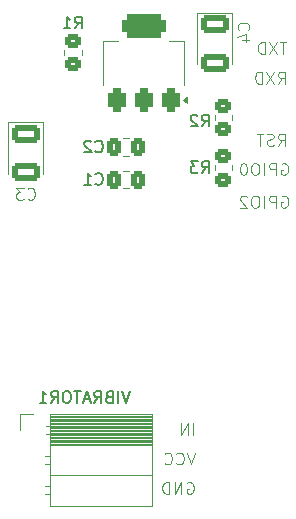
<source format=gbr>
G04 #@! TF.GenerationSoftware,KiCad,Pcbnew,8.0.5*
G04 #@! TF.CreationDate,2025-06-30T10:57:32+07:00*
G04 #@! TF.ProjectId,trackingv2,74726163-6b69-46e6-9776-322e6b696361,rev?*
G04 #@! TF.SameCoordinates,Original*
G04 #@! TF.FileFunction,Legend,Bot*
G04 #@! TF.FilePolarity,Positive*
%FSLAX46Y46*%
G04 Gerber Fmt 4.6, Leading zero omitted, Abs format (unit mm)*
G04 Created by KiCad (PCBNEW 8.0.5) date 2025-06-30 10:57:32*
%MOMM*%
%LPD*%
G01*
G04 APERTURE LIST*
G04 Aperture macros list*
%AMRoundRect*
0 Rectangle with rounded corners*
0 $1 Rounding radius*
0 $2 $3 $4 $5 $6 $7 $8 $9 X,Y pos of 4 corners*
0 Add a 4 corners polygon primitive as box body*
4,1,4,$2,$3,$4,$5,$6,$7,$8,$9,$2,$3,0*
0 Add four circle primitives for the rounded corners*
1,1,$1+$1,$2,$3*
1,1,$1+$1,$4,$5*
1,1,$1+$1,$6,$7*
1,1,$1+$1,$8,$9*
0 Add four rect primitives between the rounded corners*
20,1,$1+$1,$2,$3,$4,$5,0*
20,1,$1+$1,$4,$5,$6,$7,0*
20,1,$1+$1,$6,$7,$8,$9,0*
20,1,$1+$1,$8,$9,$2,$3,0*%
G04 Aperture macros list end*
%ADD10C,0.100000*%
%ADD11C,0.125000*%
%ADD12C,0.150000*%
%ADD13C,0.120000*%
%ADD14R,1.700000X1.700000*%
%ADD15O,1.700000X1.700000*%
%ADD16R,1.524000X1.524000*%
%ADD17RoundRect,0.250001X-0.924999X0.499999X-0.924999X-0.499999X0.924999X-0.499999X0.924999X0.499999X0*%
%ADD18RoundRect,0.250000X-0.337500X-0.475000X0.337500X-0.475000X0.337500X0.475000X-0.337500X0.475000X0*%
%ADD19RoundRect,0.250000X-0.450000X0.350000X-0.450000X-0.350000X0.450000X-0.350000X0.450000X0.350000X0*%
%ADD20RoundRect,0.375000X0.375000X-0.625000X0.375000X0.625000X-0.375000X0.625000X-0.375000X-0.625000X0*%
%ADD21RoundRect,0.500000X1.400000X-0.500000X1.400000X0.500000X-1.400000X0.500000X-1.400000X-0.500000X0*%
G04 APERTURE END LIST*
D10*
X182374687Y-63872419D02*
X182708020Y-63396228D01*
X182946115Y-63872419D02*
X182946115Y-62872419D01*
X182946115Y-62872419D02*
X182565163Y-62872419D01*
X182565163Y-62872419D02*
X182469925Y-62920038D01*
X182469925Y-62920038D02*
X182422306Y-62967657D01*
X182422306Y-62967657D02*
X182374687Y-63062895D01*
X182374687Y-63062895D02*
X182374687Y-63205752D01*
X182374687Y-63205752D02*
X182422306Y-63300990D01*
X182422306Y-63300990D02*
X182469925Y-63348609D01*
X182469925Y-63348609D02*
X182565163Y-63396228D01*
X182565163Y-63396228D02*
X182946115Y-63396228D01*
X181993734Y-63824800D02*
X181850877Y-63872419D01*
X181850877Y-63872419D02*
X181612782Y-63872419D01*
X181612782Y-63872419D02*
X181517544Y-63824800D01*
X181517544Y-63824800D02*
X181469925Y-63777180D01*
X181469925Y-63777180D02*
X181422306Y-63681942D01*
X181422306Y-63681942D02*
X181422306Y-63586704D01*
X181422306Y-63586704D02*
X181469925Y-63491466D01*
X181469925Y-63491466D02*
X181517544Y-63443847D01*
X181517544Y-63443847D02*
X181612782Y-63396228D01*
X181612782Y-63396228D02*
X181803258Y-63348609D01*
X181803258Y-63348609D02*
X181898496Y-63300990D01*
X181898496Y-63300990D02*
X181946115Y-63253371D01*
X181946115Y-63253371D02*
X181993734Y-63158133D01*
X181993734Y-63158133D02*
X181993734Y-63062895D01*
X181993734Y-63062895D02*
X181946115Y-62967657D01*
X181946115Y-62967657D02*
X181898496Y-62920038D01*
X181898496Y-62920038D02*
X181803258Y-62872419D01*
X181803258Y-62872419D02*
X181565163Y-62872419D01*
X181565163Y-62872419D02*
X181422306Y-62920038D01*
X181136591Y-62872419D02*
X180565163Y-62872419D01*
X180850877Y-63872419D02*
X180850877Y-62872419D01*
X175196115Y-88372419D02*
X175196115Y-87372419D01*
X174719925Y-88372419D02*
X174719925Y-87372419D01*
X174719925Y-87372419D02*
X174148497Y-88372419D01*
X174148497Y-88372419D02*
X174148497Y-87372419D01*
X182672306Y-65420038D02*
X182767544Y-65372419D01*
X182767544Y-65372419D02*
X182910401Y-65372419D01*
X182910401Y-65372419D02*
X183053258Y-65420038D01*
X183053258Y-65420038D02*
X183148496Y-65515276D01*
X183148496Y-65515276D02*
X183196115Y-65610514D01*
X183196115Y-65610514D02*
X183243734Y-65800990D01*
X183243734Y-65800990D02*
X183243734Y-65943847D01*
X183243734Y-65943847D02*
X183196115Y-66134323D01*
X183196115Y-66134323D02*
X183148496Y-66229561D01*
X183148496Y-66229561D02*
X183053258Y-66324800D01*
X183053258Y-66324800D02*
X182910401Y-66372419D01*
X182910401Y-66372419D02*
X182815163Y-66372419D01*
X182815163Y-66372419D02*
X182672306Y-66324800D01*
X182672306Y-66324800D02*
X182624687Y-66277180D01*
X182624687Y-66277180D02*
X182624687Y-65943847D01*
X182624687Y-65943847D02*
X182815163Y-65943847D01*
X182196115Y-66372419D02*
X182196115Y-65372419D01*
X182196115Y-65372419D02*
X181815163Y-65372419D01*
X181815163Y-65372419D02*
X181719925Y-65420038D01*
X181719925Y-65420038D02*
X181672306Y-65467657D01*
X181672306Y-65467657D02*
X181624687Y-65562895D01*
X181624687Y-65562895D02*
X181624687Y-65705752D01*
X181624687Y-65705752D02*
X181672306Y-65800990D01*
X181672306Y-65800990D02*
X181719925Y-65848609D01*
X181719925Y-65848609D02*
X181815163Y-65896228D01*
X181815163Y-65896228D02*
X182196115Y-65896228D01*
X181196115Y-66372419D02*
X181196115Y-65372419D01*
X180529449Y-65372419D02*
X180338973Y-65372419D01*
X180338973Y-65372419D02*
X180243735Y-65420038D01*
X180243735Y-65420038D02*
X180148497Y-65515276D01*
X180148497Y-65515276D02*
X180100878Y-65705752D01*
X180100878Y-65705752D02*
X180100878Y-66039085D01*
X180100878Y-66039085D02*
X180148497Y-66229561D01*
X180148497Y-66229561D02*
X180243735Y-66324800D01*
X180243735Y-66324800D02*
X180338973Y-66372419D01*
X180338973Y-66372419D02*
X180529449Y-66372419D01*
X180529449Y-66372419D02*
X180624687Y-66324800D01*
X180624687Y-66324800D02*
X180719925Y-66229561D01*
X180719925Y-66229561D02*
X180767544Y-66039085D01*
X180767544Y-66039085D02*
X180767544Y-65705752D01*
X180767544Y-65705752D02*
X180719925Y-65515276D01*
X180719925Y-65515276D02*
X180624687Y-65420038D01*
X180624687Y-65420038D02*
X180529449Y-65372419D01*
X179481830Y-65372419D02*
X179386592Y-65372419D01*
X179386592Y-65372419D02*
X179291354Y-65420038D01*
X179291354Y-65420038D02*
X179243735Y-65467657D01*
X179243735Y-65467657D02*
X179196116Y-65562895D01*
X179196116Y-65562895D02*
X179148497Y-65753371D01*
X179148497Y-65753371D02*
X179148497Y-65991466D01*
X179148497Y-65991466D02*
X179196116Y-66181942D01*
X179196116Y-66181942D02*
X179243735Y-66277180D01*
X179243735Y-66277180D02*
X179291354Y-66324800D01*
X179291354Y-66324800D02*
X179386592Y-66372419D01*
X179386592Y-66372419D02*
X179481830Y-66372419D01*
X179481830Y-66372419D02*
X179577068Y-66324800D01*
X179577068Y-66324800D02*
X179624687Y-66277180D01*
X179624687Y-66277180D02*
X179672306Y-66181942D01*
X179672306Y-66181942D02*
X179719925Y-65991466D01*
X179719925Y-65991466D02*
X179719925Y-65753371D01*
X179719925Y-65753371D02*
X179672306Y-65562895D01*
X179672306Y-65562895D02*
X179624687Y-65467657D01*
X179624687Y-65467657D02*
X179577068Y-65420038D01*
X179577068Y-65420038D02*
X179481830Y-65372419D01*
X182672306Y-68170038D02*
X182767544Y-68122419D01*
X182767544Y-68122419D02*
X182910401Y-68122419D01*
X182910401Y-68122419D02*
X183053258Y-68170038D01*
X183053258Y-68170038D02*
X183148496Y-68265276D01*
X183148496Y-68265276D02*
X183196115Y-68360514D01*
X183196115Y-68360514D02*
X183243734Y-68550990D01*
X183243734Y-68550990D02*
X183243734Y-68693847D01*
X183243734Y-68693847D02*
X183196115Y-68884323D01*
X183196115Y-68884323D02*
X183148496Y-68979561D01*
X183148496Y-68979561D02*
X183053258Y-69074800D01*
X183053258Y-69074800D02*
X182910401Y-69122419D01*
X182910401Y-69122419D02*
X182815163Y-69122419D01*
X182815163Y-69122419D02*
X182672306Y-69074800D01*
X182672306Y-69074800D02*
X182624687Y-69027180D01*
X182624687Y-69027180D02*
X182624687Y-68693847D01*
X182624687Y-68693847D02*
X182815163Y-68693847D01*
X182196115Y-69122419D02*
X182196115Y-68122419D01*
X182196115Y-68122419D02*
X181815163Y-68122419D01*
X181815163Y-68122419D02*
X181719925Y-68170038D01*
X181719925Y-68170038D02*
X181672306Y-68217657D01*
X181672306Y-68217657D02*
X181624687Y-68312895D01*
X181624687Y-68312895D02*
X181624687Y-68455752D01*
X181624687Y-68455752D02*
X181672306Y-68550990D01*
X181672306Y-68550990D02*
X181719925Y-68598609D01*
X181719925Y-68598609D02*
X181815163Y-68646228D01*
X181815163Y-68646228D02*
X182196115Y-68646228D01*
X181196115Y-69122419D02*
X181196115Y-68122419D01*
X180529449Y-68122419D02*
X180338973Y-68122419D01*
X180338973Y-68122419D02*
X180243735Y-68170038D01*
X180243735Y-68170038D02*
X180148497Y-68265276D01*
X180148497Y-68265276D02*
X180100878Y-68455752D01*
X180100878Y-68455752D02*
X180100878Y-68789085D01*
X180100878Y-68789085D02*
X180148497Y-68979561D01*
X180148497Y-68979561D02*
X180243735Y-69074800D01*
X180243735Y-69074800D02*
X180338973Y-69122419D01*
X180338973Y-69122419D02*
X180529449Y-69122419D01*
X180529449Y-69122419D02*
X180624687Y-69074800D01*
X180624687Y-69074800D02*
X180719925Y-68979561D01*
X180719925Y-68979561D02*
X180767544Y-68789085D01*
X180767544Y-68789085D02*
X180767544Y-68455752D01*
X180767544Y-68455752D02*
X180719925Y-68265276D01*
X180719925Y-68265276D02*
X180624687Y-68170038D01*
X180624687Y-68170038D02*
X180529449Y-68122419D01*
X179719925Y-68217657D02*
X179672306Y-68170038D01*
X179672306Y-68170038D02*
X179577068Y-68122419D01*
X179577068Y-68122419D02*
X179338973Y-68122419D01*
X179338973Y-68122419D02*
X179243735Y-68170038D01*
X179243735Y-68170038D02*
X179196116Y-68217657D01*
X179196116Y-68217657D02*
X179148497Y-68312895D01*
X179148497Y-68312895D02*
X179148497Y-68408133D01*
X179148497Y-68408133D02*
X179196116Y-68550990D01*
X179196116Y-68550990D02*
X179767544Y-69122419D01*
X179767544Y-69122419D02*
X179148497Y-69122419D01*
X182374687Y-58622419D02*
X182708020Y-58146228D01*
X182946115Y-58622419D02*
X182946115Y-57622419D01*
X182946115Y-57622419D02*
X182565163Y-57622419D01*
X182565163Y-57622419D02*
X182469925Y-57670038D01*
X182469925Y-57670038D02*
X182422306Y-57717657D01*
X182422306Y-57717657D02*
X182374687Y-57812895D01*
X182374687Y-57812895D02*
X182374687Y-57955752D01*
X182374687Y-57955752D02*
X182422306Y-58050990D01*
X182422306Y-58050990D02*
X182469925Y-58098609D01*
X182469925Y-58098609D02*
X182565163Y-58146228D01*
X182565163Y-58146228D02*
X182946115Y-58146228D01*
X182041353Y-57622419D02*
X181374687Y-58622419D01*
X181374687Y-57622419D02*
X182041353Y-58622419D01*
X180993734Y-58622419D02*
X180993734Y-57622419D01*
X180993734Y-57622419D02*
X180755639Y-57622419D01*
X180755639Y-57622419D02*
X180612782Y-57670038D01*
X180612782Y-57670038D02*
X180517544Y-57765276D01*
X180517544Y-57765276D02*
X180469925Y-57860514D01*
X180469925Y-57860514D02*
X180422306Y-58050990D01*
X180422306Y-58050990D02*
X180422306Y-58193847D01*
X180422306Y-58193847D02*
X180469925Y-58384323D01*
X180469925Y-58384323D02*
X180517544Y-58479561D01*
X180517544Y-58479561D02*
X180612782Y-58574800D01*
X180612782Y-58574800D02*
X180755639Y-58622419D01*
X180755639Y-58622419D02*
X180993734Y-58622419D01*
X175338972Y-89872419D02*
X175005639Y-90872419D01*
X175005639Y-90872419D02*
X174672306Y-89872419D01*
X173767544Y-90777180D02*
X173815163Y-90824800D01*
X173815163Y-90824800D02*
X173958020Y-90872419D01*
X173958020Y-90872419D02*
X174053258Y-90872419D01*
X174053258Y-90872419D02*
X174196115Y-90824800D01*
X174196115Y-90824800D02*
X174291353Y-90729561D01*
X174291353Y-90729561D02*
X174338972Y-90634323D01*
X174338972Y-90634323D02*
X174386591Y-90443847D01*
X174386591Y-90443847D02*
X174386591Y-90300990D01*
X174386591Y-90300990D02*
X174338972Y-90110514D01*
X174338972Y-90110514D02*
X174291353Y-90015276D01*
X174291353Y-90015276D02*
X174196115Y-89920038D01*
X174196115Y-89920038D02*
X174053258Y-89872419D01*
X174053258Y-89872419D02*
X173958020Y-89872419D01*
X173958020Y-89872419D02*
X173815163Y-89920038D01*
X173815163Y-89920038D02*
X173767544Y-89967657D01*
X172767544Y-90777180D02*
X172815163Y-90824800D01*
X172815163Y-90824800D02*
X172958020Y-90872419D01*
X172958020Y-90872419D02*
X173053258Y-90872419D01*
X173053258Y-90872419D02*
X173196115Y-90824800D01*
X173196115Y-90824800D02*
X173291353Y-90729561D01*
X173291353Y-90729561D02*
X173338972Y-90634323D01*
X173338972Y-90634323D02*
X173386591Y-90443847D01*
X173386591Y-90443847D02*
X173386591Y-90300990D01*
X173386591Y-90300990D02*
X173338972Y-90110514D01*
X173338972Y-90110514D02*
X173291353Y-90015276D01*
X173291353Y-90015276D02*
X173196115Y-89920038D01*
X173196115Y-89920038D02*
X173053258Y-89872419D01*
X173053258Y-89872419D02*
X172958020Y-89872419D01*
X172958020Y-89872419D02*
X172815163Y-89920038D01*
X172815163Y-89920038D02*
X172767544Y-89967657D01*
X174672306Y-92420038D02*
X174767544Y-92372419D01*
X174767544Y-92372419D02*
X174910401Y-92372419D01*
X174910401Y-92372419D02*
X175053258Y-92420038D01*
X175053258Y-92420038D02*
X175148496Y-92515276D01*
X175148496Y-92515276D02*
X175196115Y-92610514D01*
X175196115Y-92610514D02*
X175243734Y-92800990D01*
X175243734Y-92800990D02*
X175243734Y-92943847D01*
X175243734Y-92943847D02*
X175196115Y-93134323D01*
X175196115Y-93134323D02*
X175148496Y-93229561D01*
X175148496Y-93229561D02*
X175053258Y-93324800D01*
X175053258Y-93324800D02*
X174910401Y-93372419D01*
X174910401Y-93372419D02*
X174815163Y-93372419D01*
X174815163Y-93372419D02*
X174672306Y-93324800D01*
X174672306Y-93324800D02*
X174624687Y-93277180D01*
X174624687Y-93277180D02*
X174624687Y-92943847D01*
X174624687Y-92943847D02*
X174815163Y-92943847D01*
X174196115Y-93372419D02*
X174196115Y-92372419D01*
X174196115Y-92372419D02*
X173624687Y-93372419D01*
X173624687Y-93372419D02*
X173624687Y-92372419D01*
X173148496Y-93372419D02*
X173148496Y-92372419D01*
X173148496Y-92372419D02*
X172910401Y-92372419D01*
X172910401Y-92372419D02*
X172767544Y-92420038D01*
X172767544Y-92420038D02*
X172672306Y-92515276D01*
X172672306Y-92515276D02*
X172624687Y-92610514D01*
X172624687Y-92610514D02*
X172577068Y-92800990D01*
X172577068Y-92800990D02*
X172577068Y-92943847D01*
X172577068Y-92943847D02*
X172624687Y-93134323D01*
X172624687Y-93134323D02*
X172672306Y-93229561D01*
X172672306Y-93229561D02*
X172767544Y-93324800D01*
X172767544Y-93324800D02*
X172910401Y-93372419D01*
X172910401Y-93372419D02*
X173148496Y-93372419D01*
X183088972Y-55122419D02*
X182517544Y-55122419D01*
X182803258Y-56122419D02*
X182803258Y-55122419D01*
X182279448Y-55122419D02*
X181612782Y-56122419D01*
X181612782Y-55122419D02*
X182279448Y-56122419D01*
X181231829Y-56122419D02*
X181231829Y-55122419D01*
X181231829Y-55122419D02*
X180993734Y-55122419D01*
X180993734Y-55122419D02*
X180850877Y-55170038D01*
X180850877Y-55170038D02*
X180755639Y-55265276D01*
X180755639Y-55265276D02*
X180708020Y-55360514D01*
X180708020Y-55360514D02*
X180660401Y-55550990D01*
X180660401Y-55550990D02*
X180660401Y-55693847D01*
X180660401Y-55693847D02*
X180708020Y-55884323D01*
X180708020Y-55884323D02*
X180755639Y-55979561D01*
X180755639Y-55979561D02*
X180850877Y-56074800D01*
X180850877Y-56074800D02*
X180993734Y-56122419D01*
X180993734Y-56122419D02*
X181231829Y-56122419D01*
D11*
X161166666Y-68360880D02*
X161214285Y-68408500D01*
X161214285Y-68408500D02*
X161357142Y-68456119D01*
X161357142Y-68456119D02*
X161452380Y-68456119D01*
X161452380Y-68456119D02*
X161595237Y-68408500D01*
X161595237Y-68408500D02*
X161690475Y-68313261D01*
X161690475Y-68313261D02*
X161738094Y-68218023D01*
X161738094Y-68218023D02*
X161785713Y-68027547D01*
X161785713Y-68027547D02*
X161785713Y-67884690D01*
X161785713Y-67884690D02*
X161738094Y-67694214D01*
X161738094Y-67694214D02*
X161690475Y-67598976D01*
X161690475Y-67598976D02*
X161595237Y-67503738D01*
X161595237Y-67503738D02*
X161452380Y-67456119D01*
X161452380Y-67456119D02*
X161357142Y-67456119D01*
X161357142Y-67456119D02*
X161214285Y-67503738D01*
X161214285Y-67503738D02*
X161166666Y-67551357D01*
X160833332Y-67456119D02*
X160214285Y-67456119D01*
X160214285Y-67456119D02*
X160547618Y-67837071D01*
X160547618Y-67837071D02*
X160404761Y-67837071D01*
X160404761Y-67837071D02*
X160309523Y-67884690D01*
X160309523Y-67884690D02*
X160261904Y-67932309D01*
X160261904Y-67932309D02*
X160214285Y-68027547D01*
X160214285Y-68027547D02*
X160214285Y-68265642D01*
X160214285Y-68265642D02*
X160261904Y-68360880D01*
X160261904Y-68360880D02*
X160309523Y-68408500D01*
X160309523Y-68408500D02*
X160404761Y-68456119D01*
X160404761Y-68456119D02*
X160690475Y-68456119D01*
X160690475Y-68456119D02*
X160785713Y-68408500D01*
X160785713Y-68408500D02*
X160833332Y-68360880D01*
D12*
X166916666Y-67109580D02*
X166964285Y-67157200D01*
X166964285Y-67157200D02*
X167107142Y-67204819D01*
X167107142Y-67204819D02*
X167202380Y-67204819D01*
X167202380Y-67204819D02*
X167345237Y-67157200D01*
X167345237Y-67157200D02*
X167440475Y-67061961D01*
X167440475Y-67061961D02*
X167488094Y-66966723D01*
X167488094Y-66966723D02*
X167535713Y-66776247D01*
X167535713Y-66776247D02*
X167535713Y-66633390D01*
X167535713Y-66633390D02*
X167488094Y-66442914D01*
X167488094Y-66442914D02*
X167440475Y-66347676D01*
X167440475Y-66347676D02*
X167345237Y-66252438D01*
X167345237Y-66252438D02*
X167202380Y-66204819D01*
X167202380Y-66204819D02*
X167107142Y-66204819D01*
X167107142Y-66204819D02*
X166964285Y-66252438D01*
X166964285Y-66252438D02*
X166916666Y-66300057D01*
X165964285Y-67204819D02*
X166535713Y-67204819D01*
X166249999Y-67204819D02*
X166249999Y-66204819D01*
X166249999Y-66204819D02*
X166345237Y-66347676D01*
X166345237Y-66347676D02*
X166440475Y-66442914D01*
X166440475Y-66442914D02*
X166535713Y-66490533D01*
X175916666Y-62254819D02*
X176249999Y-61778628D01*
X176488094Y-62254819D02*
X176488094Y-61254819D01*
X176488094Y-61254819D02*
X176107142Y-61254819D01*
X176107142Y-61254819D02*
X176011904Y-61302438D01*
X176011904Y-61302438D02*
X175964285Y-61350057D01*
X175964285Y-61350057D02*
X175916666Y-61445295D01*
X175916666Y-61445295D02*
X175916666Y-61588152D01*
X175916666Y-61588152D02*
X175964285Y-61683390D01*
X175964285Y-61683390D02*
X176011904Y-61731009D01*
X176011904Y-61731009D02*
X176107142Y-61778628D01*
X176107142Y-61778628D02*
X176488094Y-61778628D01*
X175535713Y-61350057D02*
X175488094Y-61302438D01*
X175488094Y-61302438D02*
X175392856Y-61254819D01*
X175392856Y-61254819D02*
X175154761Y-61254819D01*
X175154761Y-61254819D02*
X175059523Y-61302438D01*
X175059523Y-61302438D02*
X175011904Y-61350057D01*
X175011904Y-61350057D02*
X174964285Y-61445295D01*
X174964285Y-61445295D02*
X174964285Y-61540533D01*
X174964285Y-61540533D02*
X175011904Y-61683390D01*
X175011904Y-61683390D02*
X175583332Y-62254819D01*
X175583332Y-62254819D02*
X174964285Y-62254819D01*
X169860951Y-84659819D02*
X169527618Y-85659819D01*
X169527618Y-85659819D02*
X169194285Y-84659819D01*
X168860951Y-85659819D02*
X168860951Y-84659819D01*
X168051428Y-85136009D02*
X167908571Y-85183628D01*
X167908571Y-85183628D02*
X167860952Y-85231247D01*
X167860952Y-85231247D02*
X167813333Y-85326485D01*
X167813333Y-85326485D02*
X167813333Y-85469342D01*
X167813333Y-85469342D02*
X167860952Y-85564580D01*
X167860952Y-85564580D02*
X167908571Y-85612200D01*
X167908571Y-85612200D02*
X168003809Y-85659819D01*
X168003809Y-85659819D02*
X168384761Y-85659819D01*
X168384761Y-85659819D02*
X168384761Y-84659819D01*
X168384761Y-84659819D02*
X168051428Y-84659819D01*
X168051428Y-84659819D02*
X167956190Y-84707438D01*
X167956190Y-84707438D02*
X167908571Y-84755057D01*
X167908571Y-84755057D02*
X167860952Y-84850295D01*
X167860952Y-84850295D02*
X167860952Y-84945533D01*
X167860952Y-84945533D02*
X167908571Y-85040771D01*
X167908571Y-85040771D02*
X167956190Y-85088390D01*
X167956190Y-85088390D02*
X168051428Y-85136009D01*
X168051428Y-85136009D02*
X168384761Y-85136009D01*
X166813333Y-85659819D02*
X167146666Y-85183628D01*
X167384761Y-85659819D02*
X167384761Y-84659819D01*
X167384761Y-84659819D02*
X167003809Y-84659819D01*
X167003809Y-84659819D02*
X166908571Y-84707438D01*
X166908571Y-84707438D02*
X166860952Y-84755057D01*
X166860952Y-84755057D02*
X166813333Y-84850295D01*
X166813333Y-84850295D02*
X166813333Y-84993152D01*
X166813333Y-84993152D02*
X166860952Y-85088390D01*
X166860952Y-85088390D02*
X166908571Y-85136009D01*
X166908571Y-85136009D02*
X167003809Y-85183628D01*
X167003809Y-85183628D02*
X167384761Y-85183628D01*
X166432380Y-85374104D02*
X165956190Y-85374104D01*
X166527618Y-85659819D02*
X166194285Y-84659819D01*
X166194285Y-84659819D02*
X165860952Y-85659819D01*
X165670475Y-84659819D02*
X165099047Y-84659819D01*
X165384761Y-85659819D02*
X165384761Y-84659819D01*
X164575237Y-84659819D02*
X164384761Y-84659819D01*
X164384761Y-84659819D02*
X164289523Y-84707438D01*
X164289523Y-84707438D02*
X164194285Y-84802676D01*
X164194285Y-84802676D02*
X164146666Y-84993152D01*
X164146666Y-84993152D02*
X164146666Y-85326485D01*
X164146666Y-85326485D02*
X164194285Y-85516961D01*
X164194285Y-85516961D02*
X164289523Y-85612200D01*
X164289523Y-85612200D02*
X164384761Y-85659819D01*
X164384761Y-85659819D02*
X164575237Y-85659819D01*
X164575237Y-85659819D02*
X164670475Y-85612200D01*
X164670475Y-85612200D02*
X164765713Y-85516961D01*
X164765713Y-85516961D02*
X164813332Y-85326485D01*
X164813332Y-85326485D02*
X164813332Y-84993152D01*
X164813332Y-84993152D02*
X164765713Y-84802676D01*
X164765713Y-84802676D02*
X164670475Y-84707438D01*
X164670475Y-84707438D02*
X164575237Y-84659819D01*
X163146666Y-85659819D02*
X163479999Y-85183628D01*
X163718094Y-85659819D02*
X163718094Y-84659819D01*
X163718094Y-84659819D02*
X163337142Y-84659819D01*
X163337142Y-84659819D02*
X163241904Y-84707438D01*
X163241904Y-84707438D02*
X163194285Y-84755057D01*
X163194285Y-84755057D02*
X163146666Y-84850295D01*
X163146666Y-84850295D02*
X163146666Y-84993152D01*
X163146666Y-84993152D02*
X163194285Y-85088390D01*
X163194285Y-85088390D02*
X163241904Y-85136009D01*
X163241904Y-85136009D02*
X163337142Y-85183628D01*
X163337142Y-85183628D02*
X163718094Y-85183628D01*
X162194285Y-85659819D02*
X162765713Y-85659819D01*
X162479999Y-85659819D02*
X162479999Y-84659819D01*
X162479999Y-84659819D02*
X162575237Y-84802676D01*
X162575237Y-84802676D02*
X162670475Y-84897914D01*
X162670475Y-84897914D02*
X162765713Y-84945533D01*
D11*
X179860880Y-54083333D02*
X179908500Y-54035714D01*
X179908500Y-54035714D02*
X179956119Y-53892857D01*
X179956119Y-53892857D02*
X179956119Y-53797619D01*
X179956119Y-53797619D02*
X179908500Y-53654762D01*
X179908500Y-53654762D02*
X179813261Y-53559524D01*
X179813261Y-53559524D02*
X179718023Y-53511905D01*
X179718023Y-53511905D02*
X179527547Y-53464286D01*
X179527547Y-53464286D02*
X179384690Y-53464286D01*
X179384690Y-53464286D02*
X179194214Y-53511905D01*
X179194214Y-53511905D02*
X179098976Y-53559524D01*
X179098976Y-53559524D02*
X179003738Y-53654762D01*
X179003738Y-53654762D02*
X178956119Y-53797619D01*
X178956119Y-53797619D02*
X178956119Y-53892857D01*
X178956119Y-53892857D02*
X179003738Y-54035714D01*
X179003738Y-54035714D02*
X179051357Y-54083333D01*
X179289452Y-54940476D02*
X179956119Y-54940476D01*
X178908500Y-54702381D02*
X179622785Y-54464286D01*
X179622785Y-54464286D02*
X179622785Y-55083333D01*
D12*
X175916666Y-66204819D02*
X176249999Y-65728628D01*
X176488094Y-66204819D02*
X176488094Y-65204819D01*
X176488094Y-65204819D02*
X176107142Y-65204819D01*
X176107142Y-65204819D02*
X176011904Y-65252438D01*
X176011904Y-65252438D02*
X175964285Y-65300057D01*
X175964285Y-65300057D02*
X175916666Y-65395295D01*
X175916666Y-65395295D02*
X175916666Y-65538152D01*
X175916666Y-65538152D02*
X175964285Y-65633390D01*
X175964285Y-65633390D02*
X176011904Y-65681009D01*
X176011904Y-65681009D02*
X176107142Y-65728628D01*
X176107142Y-65728628D02*
X176488094Y-65728628D01*
X175583332Y-65204819D02*
X174964285Y-65204819D01*
X174964285Y-65204819D02*
X175297618Y-65585771D01*
X175297618Y-65585771D02*
X175154761Y-65585771D01*
X175154761Y-65585771D02*
X175059523Y-65633390D01*
X175059523Y-65633390D02*
X175011904Y-65681009D01*
X175011904Y-65681009D02*
X174964285Y-65776247D01*
X174964285Y-65776247D02*
X174964285Y-66014342D01*
X174964285Y-66014342D02*
X175011904Y-66109580D01*
X175011904Y-66109580D02*
X175059523Y-66157200D01*
X175059523Y-66157200D02*
X175154761Y-66204819D01*
X175154761Y-66204819D02*
X175440475Y-66204819D01*
X175440475Y-66204819D02*
X175535713Y-66157200D01*
X175535713Y-66157200D02*
X175583332Y-66109580D01*
X165166666Y-53954819D02*
X165499999Y-53478628D01*
X165738094Y-53954819D02*
X165738094Y-52954819D01*
X165738094Y-52954819D02*
X165357142Y-52954819D01*
X165357142Y-52954819D02*
X165261904Y-53002438D01*
X165261904Y-53002438D02*
X165214285Y-53050057D01*
X165214285Y-53050057D02*
X165166666Y-53145295D01*
X165166666Y-53145295D02*
X165166666Y-53288152D01*
X165166666Y-53288152D02*
X165214285Y-53383390D01*
X165214285Y-53383390D02*
X165261904Y-53431009D01*
X165261904Y-53431009D02*
X165357142Y-53478628D01*
X165357142Y-53478628D02*
X165738094Y-53478628D01*
X164214285Y-53954819D02*
X164785713Y-53954819D01*
X164499999Y-53954819D02*
X164499999Y-52954819D01*
X164499999Y-52954819D02*
X164595237Y-53097676D01*
X164595237Y-53097676D02*
X164690475Y-53192914D01*
X164690475Y-53192914D02*
X164785713Y-53240533D01*
X166916666Y-64359580D02*
X166964285Y-64407200D01*
X166964285Y-64407200D02*
X167107142Y-64454819D01*
X167107142Y-64454819D02*
X167202380Y-64454819D01*
X167202380Y-64454819D02*
X167345237Y-64407200D01*
X167345237Y-64407200D02*
X167440475Y-64311961D01*
X167440475Y-64311961D02*
X167488094Y-64216723D01*
X167488094Y-64216723D02*
X167535713Y-64026247D01*
X167535713Y-64026247D02*
X167535713Y-63883390D01*
X167535713Y-63883390D02*
X167488094Y-63692914D01*
X167488094Y-63692914D02*
X167440475Y-63597676D01*
X167440475Y-63597676D02*
X167345237Y-63502438D01*
X167345237Y-63502438D02*
X167202380Y-63454819D01*
X167202380Y-63454819D02*
X167107142Y-63454819D01*
X167107142Y-63454819D02*
X166964285Y-63502438D01*
X166964285Y-63502438D02*
X166916666Y-63550057D01*
X166535713Y-63550057D02*
X166488094Y-63502438D01*
X166488094Y-63502438D02*
X166392856Y-63454819D01*
X166392856Y-63454819D02*
X166154761Y-63454819D01*
X166154761Y-63454819D02*
X166059523Y-63502438D01*
X166059523Y-63502438D02*
X166011904Y-63550057D01*
X166011904Y-63550057D02*
X165964285Y-63645295D01*
X165964285Y-63645295D02*
X165964285Y-63740533D01*
X165964285Y-63740533D02*
X166011904Y-63883390D01*
X166011904Y-63883390D02*
X166583332Y-64454819D01*
X166583332Y-64454819D02*
X165964285Y-64454819D01*
D13*
X159490000Y-61865000D02*
X159490000Y-66250000D01*
X162510000Y-61865000D02*
X159490000Y-61865000D01*
X162510000Y-66250000D02*
X162510000Y-61865000D01*
X169761252Y-66015000D02*
X169238748Y-66015000D01*
X169761252Y-67485000D02*
X169238748Y-67485000D01*
X177015000Y-61727064D02*
X177015000Y-61272936D01*
X178485000Y-61727064D02*
X178485000Y-61272936D01*
X160490000Y-86645000D02*
X161600000Y-86645000D01*
X160490000Y-87975000D02*
X160490000Y-86645000D01*
X162650000Y-90155000D02*
X163060000Y-90155000D01*
X162650000Y-90875000D02*
X163060000Y-90875000D01*
X162650000Y-92695000D02*
X163060000Y-92695000D01*
X162650000Y-93415000D02*
X163060000Y-93415000D01*
X162710000Y-87615000D02*
X163060000Y-87615000D01*
X162710000Y-88335000D02*
X163060000Y-88335000D01*
X163060000Y-86645000D02*
X171690000Y-86645000D01*
X163060000Y-86765000D02*
X171690000Y-86765000D01*
X163060000Y-86883095D02*
X171690000Y-86883095D01*
X163060000Y-87001190D02*
X171690000Y-87001190D01*
X163060000Y-87119285D02*
X171690000Y-87119285D01*
X163060000Y-87237380D02*
X171690000Y-87237380D01*
X163060000Y-87355475D02*
X171690000Y-87355475D01*
X163060000Y-87473570D02*
X171690000Y-87473570D01*
X163060000Y-87591665D02*
X171690000Y-87591665D01*
X163060000Y-87709760D02*
X171690000Y-87709760D01*
X163060000Y-87827855D02*
X171690000Y-87827855D01*
X163060000Y-87945950D02*
X171690000Y-87945950D01*
X163060000Y-88064045D02*
X171690000Y-88064045D01*
X163060000Y-88182140D02*
X171690000Y-88182140D01*
X163060000Y-88300235D02*
X171690000Y-88300235D01*
X163060000Y-88418330D02*
X171690000Y-88418330D01*
X163060000Y-88536425D02*
X171690000Y-88536425D01*
X163060000Y-88654520D02*
X171690000Y-88654520D01*
X163060000Y-88772615D02*
X171690000Y-88772615D01*
X163060000Y-88890710D02*
X171690000Y-88890710D01*
X163060000Y-89008805D02*
X171690000Y-89008805D01*
X163060000Y-89126900D02*
X171690000Y-89126900D01*
X163060000Y-89245000D02*
X171690000Y-89245000D01*
X163060000Y-91785000D02*
X171690000Y-91785000D01*
X163060000Y-94385000D02*
X163060000Y-86645000D01*
X163060000Y-94385000D02*
X171690000Y-94385000D01*
X171690000Y-94385000D02*
X171690000Y-86645000D01*
X175490000Y-52615000D02*
X175490000Y-57000000D01*
X178510000Y-52615000D02*
X175490000Y-52615000D01*
X178510000Y-57000000D02*
X178510000Y-52615000D01*
X177015000Y-65977064D02*
X177015000Y-65522936D01*
X178485000Y-65977064D02*
X178485000Y-65522936D01*
X164265000Y-56227064D02*
X164265000Y-55772936D01*
X165735000Y-56227064D02*
X165735000Y-55772936D01*
X169761252Y-63265000D02*
X169238748Y-63265000D01*
X169761252Y-64735000D02*
X169238748Y-64735000D01*
X167590000Y-54990000D02*
X167590000Y-58750000D01*
X168850000Y-54990000D02*
X167590000Y-54990000D01*
X173150000Y-54990000D02*
X174410000Y-54990000D01*
X174410000Y-54990000D02*
X174410000Y-58750000D01*
X174640000Y-60270000D02*
X174310000Y-60030000D01*
X174640000Y-59790000D01*
X174640000Y-60270000D01*
G36*
X174640000Y-60270000D02*
G01*
X174310000Y-60030000D01*
X174640000Y-59790000D01*
X174640000Y-60270000D01*
G37*
%LPC*%
D14*
X184500000Y-80800000D03*
D15*
X184500000Y-83340000D03*
X184500000Y-85880000D03*
X184500000Y-88420000D03*
X184500000Y-90960000D03*
X184500000Y-93500000D03*
D14*
X176550000Y-72775000D03*
D15*
X174010000Y-72775000D03*
X171470000Y-72775000D03*
X168930000Y-72775000D03*
D14*
X161000000Y-55725000D03*
D15*
X161000000Y-58265000D03*
D14*
X185000000Y-55460000D03*
D15*
X185000000Y-58000000D03*
D14*
X185000000Y-63420000D03*
D15*
X185000000Y-65960000D03*
X185000000Y-68500000D03*
D16*
X2139443637Y-2136483637D03*
X2139483637Y2134983659D03*
X-2143023659Y-2136483637D03*
X-2140483659Y2134983659D03*
X2141983637Y-2136483637D03*
X-2140483659Y-2136483637D03*
D17*
X161000000Y-62875000D03*
X161000000Y-66125000D03*
D18*
X168462500Y-66750000D03*
X170537500Y-66750000D03*
D19*
X177750000Y-60500000D03*
X177750000Y-62500000D03*
D14*
X161600000Y-87975000D03*
D15*
X161600000Y-90515000D03*
X161600000Y-93055000D03*
D17*
X177000000Y-53625000D03*
X177000000Y-56875000D03*
D19*
X177750000Y-64750000D03*
X177750000Y-66750000D03*
X165000000Y-55000000D03*
X165000000Y-57000000D03*
D18*
X168462500Y-64000000D03*
X170537500Y-64000000D03*
D20*
X173300000Y-60050000D03*
X171000000Y-60050000D03*
D21*
X171000000Y-53750000D03*
D20*
X168700000Y-60050000D03*
%LPD*%
M02*

</source>
